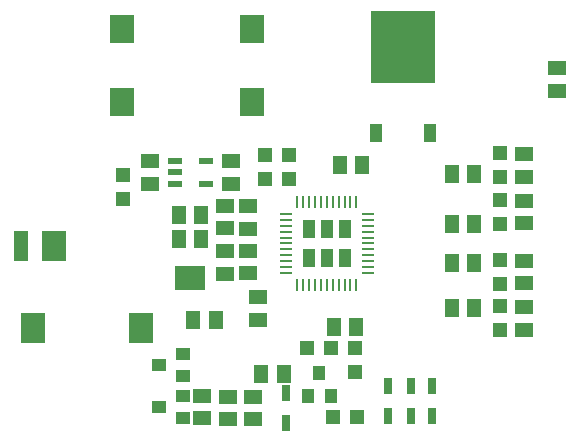
<source format=gbr>
G04 EAGLE Gerber RS-274X export*
G75*
%MOMM*%
%FSLAX34Y34*%
%LPD*%
%INSolderpaste Top*%
%IPPOS*%
%AMOC8*
5,1,8,0,0,1.08239X$1,22.5*%
G01*
%ADD10R,0.250000X1.050000*%
%ADD11R,1.050000X0.250000*%
%ADD12R,1.000000X1.500000*%
%ADD13R,2.000000X2.400000*%
%ADD14R,5.400000X6.200000*%
%ADD15R,1.000000X1.600000*%
%ADD16R,1.200000X0.550000*%
%ADD17R,1.500000X1.300000*%
%ADD18R,1.300000X1.500000*%
%ADD19R,1.300000X1.200000*%
%ADD20R,1.200000X1.300000*%
%ADD21R,0.800000X1.350000*%
%ADD22R,1.200000X1.000000*%
%ADD23R,1.000000X1.200000*%
%ADD24R,2.000000X2.500000*%
%ADD25R,2.500000X2.000000*%
%ADD26R,1.200000X2.500000*%


D10*
X299000Y240490D03*
X294000Y240490D03*
X289000Y240490D03*
X284000Y240490D03*
X279000Y240490D03*
X274000Y240490D03*
X269000Y240490D03*
X264000Y240490D03*
X259000Y240490D03*
X254000Y240490D03*
X249000Y240490D03*
D11*
X239250Y230740D03*
X239250Y225740D03*
X239250Y220740D03*
X239250Y215740D03*
X239250Y210740D03*
X239250Y205740D03*
X239250Y200740D03*
X239250Y195740D03*
X239250Y190740D03*
X239250Y185740D03*
X239250Y180740D03*
D10*
X249000Y170990D03*
X254000Y170990D03*
X259000Y170990D03*
X264000Y170990D03*
X269000Y170990D03*
X274000Y170990D03*
X279000Y170990D03*
X284000Y170990D03*
X289000Y170990D03*
X294000Y170990D03*
X299000Y170990D03*
D11*
X308750Y180740D03*
X308750Y185740D03*
X308750Y190740D03*
X308750Y195740D03*
X308750Y200740D03*
X308750Y205740D03*
X308750Y210740D03*
X308750Y215740D03*
X308750Y220740D03*
X308750Y225740D03*
X308750Y230740D03*
D12*
X289000Y193240D03*
X274000Y193240D03*
X259000Y193240D03*
X259000Y218240D03*
X274000Y218240D03*
X289000Y218240D03*
D13*
X210890Y387190D03*
X210890Y325190D03*
X100890Y325190D03*
X100890Y387190D03*
D14*
X338770Y372090D03*
D15*
X315970Y299090D03*
X361570Y299090D03*
D16*
X145559Y275420D03*
X145559Y265920D03*
X145559Y256420D03*
X171561Y256420D03*
X171561Y275420D03*
D17*
X124480Y256420D03*
X124480Y275420D03*
X469270Y353940D03*
X469270Y334940D03*
X193230Y275420D03*
X193230Y256420D03*
X215326Y160376D03*
X215326Y141376D03*
D18*
X379750Y189230D03*
X398750Y189230D03*
D19*
X421000Y171450D03*
X421000Y191770D03*
X421000Y132080D03*
X421000Y152400D03*
D18*
X379750Y151130D03*
X398750Y151130D03*
X379750Y222250D03*
X398750Y222250D03*
D19*
X421000Y242570D03*
X421000Y222250D03*
X421000Y281940D03*
X421000Y261620D03*
D18*
X379750Y264160D03*
X398750Y264160D03*
D17*
X441320Y262280D03*
X441320Y281280D03*
X441320Y241910D03*
X441320Y222910D03*
X207610Y237260D03*
X207610Y218260D03*
X207610Y180430D03*
X207610Y199430D03*
X188000Y237640D03*
X188000Y218640D03*
X187710Y199100D03*
X187710Y180100D03*
D19*
X242250Y260350D03*
X242250Y280670D03*
X221930Y260350D03*
X221930Y280670D03*
D18*
X148530Y230000D03*
X167530Y230000D03*
X148530Y209710D03*
X167530Y209710D03*
X237510Y95250D03*
X218510Y95250D03*
D17*
X441320Y151740D03*
X441320Y132740D03*
X441320Y172110D03*
X441320Y191110D03*
D20*
X257490Y117110D03*
X277810Y117110D03*
D21*
X239710Y53340D03*
X239710Y78740D03*
X362900Y59690D03*
X362900Y85090D03*
X345120Y59690D03*
X345120Y85090D03*
X326070Y59690D03*
X326070Y85090D03*
D18*
X160950Y140650D03*
X179950Y140650D03*
D17*
X168590Y76810D03*
X168590Y57810D03*
X190180Y56810D03*
X190180Y75810D03*
X211770Y56810D03*
X211770Y75810D03*
D22*
X131920Y102870D03*
X151920Y112370D03*
X151920Y93370D03*
X131920Y67310D03*
X151920Y76810D03*
X151920Y57810D03*
D23*
X267650Y96360D03*
X277150Y76360D03*
X258150Y76360D03*
D19*
X298130Y96790D03*
X298130Y117110D03*
D20*
X299400Y58690D03*
X279080Y58690D03*
D18*
X303820Y271780D03*
X284820Y271780D03*
X279740Y135128D03*
X298740Y135128D03*
D24*
X25000Y133910D03*
X117000Y133910D03*
D25*
X158000Y176410D03*
D24*
X43000Y203910D03*
D26*
X15000Y203910D03*
D19*
X101250Y243090D03*
X101250Y263410D03*
M02*

</source>
